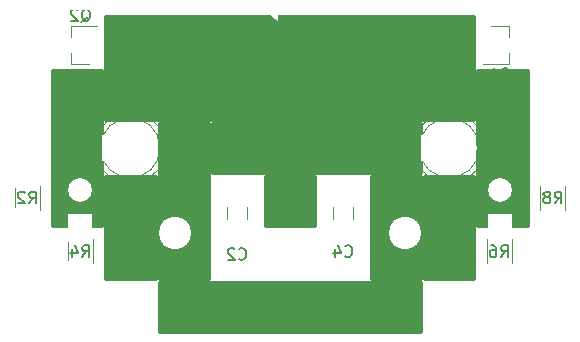
<source format=gbr>
G04 #@! TF.GenerationSoftware,KiCad,Pcbnew,5.0.0*
G04 #@! TF.CreationDate,2018-08-21T17:50:13+02:00*
G04 #@! TF.ProjectId,blink_badge,626C696E6B5F62616467652E6B696361,rev?*
G04 #@! TF.SameCoordinates,Original*
G04 #@! TF.FileFunction,Legend,Bot*
G04 #@! TF.FilePolarity,Positive*
%FSLAX46Y46*%
G04 Gerber Fmt 4.6, Leading zero omitted, Abs format (unit mm)*
G04 Created by KiCad (PCBNEW 5.0.0) date Tue Aug 21 17:50:13 2018*
%MOMM*%
%LPD*%
G01*
G04 APERTURE LIST*
%ADD10C,0.120000*%
%ADD11C,0.150000*%
%ADD12C,0.254000*%
%ADD13C,0.010000*%
%ADD14C,4.400000*%
%ADD15C,2.740000*%
%ADD16R,2.000000X2.000000*%
%ADD17C,2.000000*%
%ADD18R,1.650000X1.900000*%
%ADD19O,2.000000X2.000000*%
%ADD20R,2.100000X2.400000*%
%ADD21C,1.924000*%
%ADD22R,2.200000X2.200000*%
%ADD23C,2.200000*%
%ADD24C,1.400000*%
%ADD25R,1.400000X1.400000*%
%ADD26R,1.300000X1.200000*%
G04 APERTURE END LIST*
D10*
G04 #@! TO.C,C2*
X46900000Y-102250000D02*
X46900000Y-101250000D01*
X48600000Y-101250000D02*
X48600000Y-102250000D01*
G04 #@! TO.C,C4*
X57600000Y-101250000D02*
X57600000Y-102250000D01*
X55900000Y-102250000D02*
X55900000Y-101250000D01*
G04 #@! TO.C,R2*
X28930000Y-99500000D02*
X28930000Y-101500000D01*
X31070000Y-101500000D02*
X31070000Y-99500000D01*
G04 #@! TO.C,R4*
X35570000Y-106000000D02*
X35570000Y-104000000D01*
X33430000Y-104000000D02*
X33430000Y-106000000D01*
G04 #@! TO.C,R6*
X71070000Y-106000000D02*
X71070000Y-104000000D01*
X68930000Y-104000000D02*
X68930000Y-106000000D01*
G04 #@! TO.C,R8*
X73430000Y-99500000D02*
X73430000Y-101500000D01*
X75570000Y-101500000D02*
X75570000Y-99500000D01*
G04 #@! TO.C,D1*
X41720000Y-96249538D02*
G75*
G02X36170000Y-97794830I-2990000J-462D01*
G01*
X41720000Y-96250462D02*
G75*
G03X36170000Y-94705170I-2990000J462D01*
G01*
X41230000Y-96250000D02*
G75*
G03X41230000Y-96250000I-2500000J0D01*
G01*
X36170000Y-97795000D02*
X36170000Y-94705000D01*
G04 #@! TO.C,D2*
X68720000Y-96249538D02*
G75*
G02X63170000Y-97794830I-2990000J-462D01*
G01*
X68720000Y-96250462D02*
G75*
G03X63170000Y-94705170I-2990000J462D01*
G01*
X68230000Y-96250000D02*
G75*
G03X68230000Y-96250000I-2500000J0D01*
G01*
X63170000Y-97795000D02*
X63170000Y-94705000D01*
G04 #@! TO.C,Q2*
X33740000Y-89130000D02*
X33740000Y-88200000D01*
X33740000Y-85970000D02*
X33740000Y-86900000D01*
X33740000Y-85970000D02*
X35900000Y-85970000D01*
X33740000Y-89130000D02*
X35200000Y-89130000D01*
G04 #@! TO.C,Q4*
X70760000Y-85970000D02*
X70760000Y-86900000D01*
X70760000Y-89130000D02*
X70760000Y-88200000D01*
X70760000Y-89130000D02*
X68600000Y-89130000D01*
X70760000Y-85970000D02*
X69300000Y-85970000D01*
G04 #@! TO.C,C2*
D11*
X47916666Y-105657142D02*
X47964285Y-105704761D01*
X48107142Y-105752380D01*
X48202380Y-105752380D01*
X48345238Y-105704761D01*
X48440476Y-105609523D01*
X48488095Y-105514285D01*
X48535714Y-105323809D01*
X48535714Y-105180952D01*
X48488095Y-104990476D01*
X48440476Y-104895238D01*
X48345238Y-104800000D01*
X48202380Y-104752380D01*
X48107142Y-104752380D01*
X47964285Y-104800000D01*
X47916666Y-104847619D01*
X47535714Y-104847619D02*
X47488095Y-104800000D01*
X47392857Y-104752380D01*
X47154761Y-104752380D01*
X47059523Y-104800000D01*
X47011904Y-104847619D01*
X46964285Y-104942857D01*
X46964285Y-105038095D01*
X47011904Y-105180952D01*
X47583333Y-105752380D01*
X46964285Y-105752380D01*
G04 #@! TO.C,C4*
X56916666Y-105407142D02*
X56964285Y-105454761D01*
X57107142Y-105502380D01*
X57202380Y-105502380D01*
X57345238Y-105454761D01*
X57440476Y-105359523D01*
X57488095Y-105264285D01*
X57535714Y-105073809D01*
X57535714Y-104930952D01*
X57488095Y-104740476D01*
X57440476Y-104645238D01*
X57345238Y-104550000D01*
X57202380Y-104502380D01*
X57107142Y-104502380D01*
X56964285Y-104550000D01*
X56916666Y-104597619D01*
X56059523Y-104835714D02*
X56059523Y-105502380D01*
X56297619Y-104454761D02*
X56535714Y-105169047D01*
X55916666Y-105169047D01*
G04 #@! TO.C,R2*
X30166666Y-100952380D02*
X30500000Y-100476190D01*
X30738095Y-100952380D02*
X30738095Y-99952380D01*
X30357142Y-99952380D01*
X30261904Y-100000000D01*
X30214285Y-100047619D01*
X30166666Y-100142857D01*
X30166666Y-100285714D01*
X30214285Y-100380952D01*
X30261904Y-100428571D01*
X30357142Y-100476190D01*
X30738095Y-100476190D01*
X29785714Y-100047619D02*
X29738095Y-100000000D01*
X29642857Y-99952380D01*
X29404761Y-99952380D01*
X29309523Y-100000000D01*
X29261904Y-100047619D01*
X29214285Y-100142857D01*
X29214285Y-100238095D01*
X29261904Y-100380952D01*
X29833333Y-100952380D01*
X29214285Y-100952380D01*
G04 #@! TO.C,R4*
X34666666Y-105502380D02*
X35000000Y-105026190D01*
X35238095Y-105502380D02*
X35238095Y-104502380D01*
X34857142Y-104502380D01*
X34761904Y-104550000D01*
X34714285Y-104597619D01*
X34666666Y-104692857D01*
X34666666Y-104835714D01*
X34714285Y-104930952D01*
X34761904Y-104978571D01*
X34857142Y-105026190D01*
X35238095Y-105026190D01*
X33809523Y-104835714D02*
X33809523Y-105502380D01*
X34047619Y-104454761D02*
X34285714Y-105169047D01*
X33666666Y-105169047D01*
G04 #@! TO.C,R6*
X70116666Y-105502380D02*
X70450000Y-105026190D01*
X70688095Y-105502380D02*
X70688095Y-104502380D01*
X70307142Y-104502380D01*
X70211904Y-104550000D01*
X70164285Y-104597619D01*
X70116666Y-104692857D01*
X70116666Y-104835714D01*
X70164285Y-104930952D01*
X70211904Y-104978571D01*
X70307142Y-105026190D01*
X70688095Y-105026190D01*
X69259523Y-104502380D02*
X69450000Y-104502380D01*
X69545238Y-104550000D01*
X69592857Y-104597619D01*
X69688095Y-104740476D01*
X69735714Y-104930952D01*
X69735714Y-105311904D01*
X69688095Y-105407142D01*
X69640476Y-105454761D01*
X69545238Y-105502380D01*
X69354761Y-105502380D01*
X69259523Y-105454761D01*
X69211904Y-105407142D01*
X69164285Y-105311904D01*
X69164285Y-105073809D01*
X69211904Y-104978571D01*
X69259523Y-104930952D01*
X69354761Y-104883333D01*
X69545238Y-104883333D01*
X69640476Y-104930952D01*
X69688095Y-104978571D01*
X69735714Y-105073809D01*
G04 #@! TO.C,R8*
X74666666Y-100952380D02*
X75000000Y-100476190D01*
X75238095Y-100952380D02*
X75238095Y-99952380D01*
X74857142Y-99952380D01*
X74761904Y-100000000D01*
X74714285Y-100047619D01*
X74666666Y-100142857D01*
X74666666Y-100285714D01*
X74714285Y-100380952D01*
X74761904Y-100428571D01*
X74857142Y-100476190D01*
X75238095Y-100476190D01*
X74095238Y-100380952D02*
X74190476Y-100333333D01*
X74238095Y-100285714D01*
X74285714Y-100190476D01*
X74285714Y-100142857D01*
X74238095Y-100047619D01*
X74190476Y-100000000D01*
X74095238Y-99952380D01*
X73904761Y-99952380D01*
X73809523Y-100000000D01*
X73761904Y-100047619D01*
X73714285Y-100142857D01*
X73714285Y-100190476D01*
X73761904Y-100285714D01*
X73809523Y-100333333D01*
X73904761Y-100380952D01*
X74095238Y-100380952D01*
X74190476Y-100428571D01*
X74238095Y-100476190D01*
X74285714Y-100571428D01*
X74285714Y-100761904D01*
X74238095Y-100857142D01*
X74190476Y-100904761D01*
X74095238Y-100952380D01*
X73904761Y-100952380D01*
X73809523Y-100904761D01*
X73761904Y-100857142D01*
X73714285Y-100761904D01*
X73714285Y-100571428D01*
X73761904Y-100476190D01*
X73809523Y-100428571D01*
X73904761Y-100380952D01*
G04 #@! TO.C,D1*
X39468095Y-100662380D02*
X39468095Y-99662380D01*
X39230000Y-99662380D01*
X39087142Y-99710000D01*
X38991904Y-99805238D01*
X38944285Y-99900476D01*
X38896666Y-100090952D01*
X38896666Y-100233809D01*
X38944285Y-100424285D01*
X38991904Y-100519523D01*
X39087142Y-100614761D01*
X39230000Y-100662380D01*
X39468095Y-100662380D01*
X37944285Y-100662380D02*
X38515714Y-100662380D01*
X38230000Y-100662380D02*
X38230000Y-99662380D01*
X38325238Y-99805238D01*
X38420476Y-99900476D01*
X38515714Y-99948095D01*
G04 #@! TO.C,D2*
X66468095Y-100662380D02*
X66468095Y-99662380D01*
X66230000Y-99662380D01*
X66087142Y-99710000D01*
X65991904Y-99805238D01*
X65944285Y-99900476D01*
X65896666Y-100090952D01*
X65896666Y-100233809D01*
X65944285Y-100424285D01*
X65991904Y-100519523D01*
X66087142Y-100614761D01*
X66230000Y-100662380D01*
X66468095Y-100662380D01*
X65515714Y-99757619D02*
X65468095Y-99710000D01*
X65372857Y-99662380D01*
X65134761Y-99662380D01*
X65039523Y-99710000D01*
X64991904Y-99757619D01*
X64944285Y-99852857D01*
X64944285Y-99948095D01*
X64991904Y-100090952D01*
X65563333Y-100662380D01*
X64944285Y-100662380D01*
G04 #@! TO.C,Q2*
X34595238Y-85597619D02*
X34690476Y-85550000D01*
X34785714Y-85454761D01*
X34928571Y-85311904D01*
X35023809Y-85264285D01*
X35119047Y-85264285D01*
X35071428Y-85502380D02*
X35166666Y-85454761D01*
X35261904Y-85359523D01*
X35309523Y-85169047D01*
X35309523Y-84835714D01*
X35261904Y-84645238D01*
X35166666Y-84550000D01*
X35071428Y-84502380D01*
X34880952Y-84502380D01*
X34785714Y-84550000D01*
X34690476Y-84645238D01*
X34642857Y-84835714D01*
X34642857Y-85169047D01*
X34690476Y-85359523D01*
X34785714Y-85454761D01*
X34880952Y-85502380D01*
X35071428Y-85502380D01*
X34261904Y-84597619D02*
X34214285Y-84550000D01*
X34119047Y-84502380D01*
X33880952Y-84502380D01*
X33785714Y-84550000D01*
X33738095Y-84597619D01*
X33690476Y-84692857D01*
X33690476Y-84788095D01*
X33738095Y-84930952D01*
X34309523Y-85502380D01*
X33690476Y-85502380D01*
G04 #@! TO.C,Q4*
X70095238Y-90597619D02*
X70190476Y-90550000D01*
X70285714Y-90454761D01*
X70428571Y-90311904D01*
X70523809Y-90264285D01*
X70619047Y-90264285D01*
X70571428Y-90502380D02*
X70666666Y-90454761D01*
X70761904Y-90359523D01*
X70809523Y-90169047D01*
X70809523Y-89835714D01*
X70761904Y-89645238D01*
X70666666Y-89550000D01*
X70571428Y-89502380D01*
X70380952Y-89502380D01*
X70285714Y-89550000D01*
X70190476Y-89645238D01*
X70142857Y-89835714D01*
X70142857Y-90169047D01*
X70190476Y-90359523D01*
X70285714Y-90454761D01*
X70380952Y-90502380D01*
X70571428Y-90502380D01*
X69285714Y-89835714D02*
X69285714Y-90502380D01*
X69523809Y-89454761D02*
X69761904Y-90169047D01*
X69142857Y-90169047D01*
G04 #@! TD*
D12*
G36*
X36373000Y-102873000D02*
X32127000Y-102873000D01*
X32127000Y-89627000D01*
X36373000Y-89627000D01*
X36373000Y-102873000D01*
X36373000Y-102873000D01*
G37*
X36373000Y-102873000D02*
X32127000Y-102873000D01*
X32127000Y-89627000D01*
X36373000Y-89627000D01*
X36373000Y-102873000D01*
G36*
X40873000Y-107373000D02*
X36627000Y-107373000D01*
X36627000Y-98627000D01*
X40873000Y-98627000D01*
X40873000Y-107373000D01*
X40873000Y-107373000D01*
G37*
X40873000Y-107373000D02*
X36627000Y-107373000D01*
X36627000Y-98627000D01*
X40873000Y-98627000D01*
X40873000Y-107373000D01*
G36*
X67873000Y-93873000D02*
X36627000Y-93873000D01*
X36627000Y-85127000D01*
X67873000Y-85127000D01*
X67873000Y-93873000D01*
X67873000Y-93873000D01*
G37*
X67873000Y-93873000D02*
X36627000Y-93873000D01*
X36627000Y-85127000D01*
X67873000Y-85127000D01*
X67873000Y-93873000D01*
G36*
X45373000Y-107373000D02*
X41127000Y-107373000D01*
X41127000Y-94127000D01*
X45373000Y-94127000D01*
X45373000Y-107373000D01*
X45373000Y-107373000D01*
G37*
X45373000Y-107373000D02*
X41127000Y-107373000D01*
X41127000Y-94127000D01*
X45373000Y-94127000D01*
X45373000Y-107373000D01*
G36*
X54373000Y-102873000D02*
X50127000Y-102873000D01*
X50127000Y-98627000D01*
X54373000Y-98627000D01*
X54373000Y-102873000D01*
X54373000Y-102873000D01*
G37*
X54373000Y-102873000D02*
X50127000Y-102873000D01*
X50127000Y-98627000D01*
X54373000Y-98627000D01*
X54373000Y-102873000D01*
G36*
X72373000Y-102873000D02*
X68127000Y-102873000D01*
X68127000Y-89627000D01*
X72373000Y-89627000D01*
X72373000Y-102873000D01*
X72373000Y-102873000D01*
G37*
X72373000Y-102873000D02*
X68127000Y-102873000D01*
X68127000Y-89627000D01*
X72373000Y-89627000D01*
X72373000Y-102873000D01*
G36*
X63373000Y-98373000D02*
X45627000Y-98373000D01*
X45627000Y-94127000D01*
X63373000Y-94127000D01*
X63373000Y-98373000D01*
X63373000Y-98373000D01*
G37*
X63373000Y-98373000D02*
X45627000Y-98373000D01*
X45627000Y-94127000D01*
X63373000Y-94127000D01*
X63373000Y-98373000D01*
G36*
X63373000Y-107373000D02*
X59127000Y-107373000D01*
X59127000Y-98627000D01*
X63373000Y-98627000D01*
X63373000Y-107373000D01*
X63373000Y-107373000D01*
G37*
X63373000Y-107373000D02*
X59127000Y-107373000D01*
X59127000Y-98627000D01*
X63373000Y-98627000D01*
X63373000Y-107373000D01*
G36*
X67873000Y-107373000D02*
X63627000Y-107373000D01*
X63627000Y-98627000D01*
X67873000Y-98627000D01*
X67873000Y-107373000D01*
X67873000Y-107373000D01*
G37*
X67873000Y-107373000D02*
X63627000Y-107373000D01*
X63627000Y-98627000D01*
X67873000Y-98627000D01*
X67873000Y-107373000D01*
G36*
X63373000Y-111873000D02*
X41127000Y-111873000D01*
X41127000Y-107627000D01*
X63373000Y-107627000D01*
X63373000Y-111873000D01*
X63373000Y-111873000D01*
G37*
X63373000Y-111873000D02*
X41127000Y-111873000D01*
X41127000Y-107627000D01*
X63373000Y-107627000D01*
X63373000Y-111873000D01*
%LPC*%
D13*
G04 #@! TO.C,G\002A\002A\002A*
G36*
X31848000Y-84512000D02*
X50211572Y-84512000D01*
X50681285Y-84985807D01*
X51150999Y-85459615D01*
X51151500Y-83666961D01*
X51152000Y-81874307D01*
X31848000Y-81874307D01*
X31848000Y-84512000D01*
X31848000Y-84512000D01*
G37*
X31848000Y-84512000D02*
X50211572Y-84512000D01*
X50681285Y-84985807D01*
X51150999Y-85459615D01*
X51151500Y-83666961D01*
X51152000Y-81874307D01*
X31848000Y-81874307D01*
X31848000Y-84512000D01*
G04 #@! TD*
D14*
G04 #@! TO.C,*
X36500000Y-70250000D03*
G04 #@! TD*
G04 #@! TO.C,*
X68000000Y-70250000D03*
G04 #@! TD*
D15*
G04 #@! TO.C,RV2*
X59500000Y-113500000D03*
X62000000Y-103500000D03*
X64500000Y-113500000D03*
G04 #@! TD*
D16*
G04 #@! TO.C,C1*
X51000000Y-113000000D03*
D17*
X53000000Y-113000000D03*
G04 #@! TD*
D18*
G04 #@! TO.C,C2*
X47750000Y-100500000D03*
X47750000Y-103000000D03*
G04 #@! TD*
D16*
G04 #@! TO.C,C3*
X53000000Y-105000000D03*
D17*
X51000000Y-105000000D03*
G04 #@! TD*
D18*
G04 #@! TO.C,C4*
X56750000Y-103000000D03*
X56750000Y-100500000D03*
G04 #@! TD*
D17*
G04 #@! TO.C,R1*
X30000000Y-105500000D03*
D19*
X30000000Y-95340000D03*
G04 #@! TD*
D20*
G04 #@! TO.C,R2*
X30000000Y-102500000D03*
X30000000Y-98500000D03*
G04 #@! TD*
D17*
G04 #@! TO.C,R3*
X34500000Y-99840000D03*
D19*
X34500000Y-110000000D03*
G04 #@! TD*
D20*
G04 #@! TO.C,R4*
X34500000Y-103000000D03*
X34500000Y-107000000D03*
G04 #@! TD*
D17*
G04 #@! TO.C,R5*
X70000000Y-99840000D03*
D19*
X70000000Y-110000000D03*
G04 #@! TD*
D20*
G04 #@! TO.C,R6*
X70000000Y-103000000D03*
X70000000Y-107000000D03*
G04 #@! TD*
D17*
G04 #@! TO.C,R7*
X74500000Y-105660000D03*
D19*
X74500000Y-95500000D03*
G04 #@! TD*
D20*
G04 #@! TO.C,R8*
X74500000Y-102500000D03*
X74500000Y-98500000D03*
G04 #@! TD*
D15*
G04 #@! TO.C,RV1*
X40000000Y-113500000D03*
X42500000Y-103500000D03*
X45000000Y-113500000D03*
G04 #@! TD*
D21*
G04 #@! TO.C,SW1*
X71550000Y-82250000D03*
X71550000Y-79750000D03*
X71550000Y-77250000D03*
G04 #@! TD*
D22*
G04 #@! TO.C,D1*
X37460000Y-96250000D03*
D23*
X40000000Y-96250000D03*
G04 #@! TD*
D24*
G04 #@! TO.C,Q1*
X38000000Y-77000000D03*
X39270000Y-78270000D03*
D25*
X36730000Y-78270000D03*
G04 #@! TD*
D24*
G04 #@! TO.C,Q3*
X66130000Y-76930000D03*
X67400000Y-78200000D03*
D25*
X64860000Y-78200000D03*
G04 #@! TD*
D22*
G04 #@! TO.C,D2*
X64460000Y-96250000D03*
D23*
X67000000Y-96250000D03*
G04 #@! TD*
D26*
G04 #@! TO.C,Q2*
X35500000Y-86600000D03*
X35500000Y-88500000D03*
X33500000Y-87550000D03*
G04 #@! TD*
G04 #@! TO.C,Q4*
X69000000Y-88500000D03*
X69000000Y-86600000D03*
X71000000Y-87550000D03*
G04 #@! TD*
M02*

</source>
